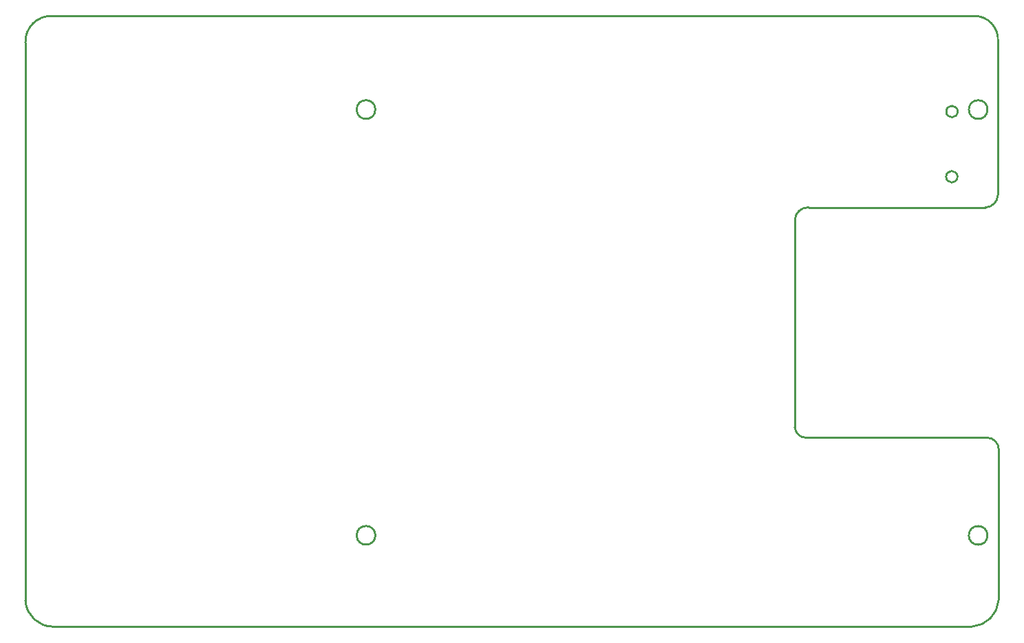
<source format=gko>
G04 Layer: BoardOutlineLayer*
G04 EasyEDA v6.5.46, 2024-12-31 19:44:04*
G04 ebd9bc5b089479dc4edd2d51ed51331a,1acd7fc2553046b79c71bda98b4923fc,10*
G04 Gerber Generator version 0.2*
G04 Scale: 100 percent, Rotated: No, Reflected: No *
G04 Dimensions in millimeters *
G04 leading zeros omitted , absolute positions ,4 integer and 5 decimal *
%FSLAX45Y45*%
%MOMM*%

%ADD10C,0.2540*%
D10*
X9285762Y5161592D02*
G01*
X11467622Y5161592D01*
G75*
G01*
X11490437Y6366413D02*
G03*
X11490435Y6365811I-114999J-10D01*
G75*
G01*
X3958438Y6366413D02*
G03*
X3958436Y6365811I-114999J-10D01*
G75*
G01*
X11489939Y1123414D02*
G03*
X11489937Y1122812I-114999J-10D01*
G75*
G01*
X11122802Y6341742D02*
G03*
X11122801Y6341376I-70000J11D01*
G75*
G01*
X11120262Y5539102D02*
G03*
X11120261Y5538736I-70000J11D01*
G75*
G01*
X3958438Y1124415D02*
G03*
X3958436Y1123813I-114999J-10D01*
G75*
G01*
X9285762Y5161591D02*
G03*
X9119393Y5006651I-4000J-162495D01*
G75*
G01*
X11467621Y5161591D02*
G03*
X11617482Y5315261I-7768J157484D01*
G75*
G01*
X9119393Y2454272D02*
G03*
X9259094Y2326002I137678J9736D01*
G75*
G01*
X11627643Y2179953D02*
G03*
X11486672Y2326004I-142230J3776D01*
G75*
G01*
X11294904Y2D02*
G03*
X11627644Y328931I-18455J351430D01*
G75*
G01*
X-346707Y320040D02*
G03*
X2Y-1I337962J18303D01*
G75*
G01*
X-11431Y7518226D02*
G03*
X-346708Y7186754I-19125J-315954D01*
G75*
G01*
X11617482Y7196922D02*
G03*
X11310144Y7518229I-289029J31179D01*
X-11432Y7518227D02*
G01*
X11310142Y7518227D01*
X11617482Y5315259D02*
G01*
X11617482Y7196922D01*
X9119392Y2454272D02*
G01*
X9119392Y5006649D01*
X9259092Y2326002D02*
G01*
X11486672Y2326002D01*
X11627642Y328929D02*
G01*
X11627642Y2179952D01*
X0Y0D02*
G01*
X11294902Y0D01*
X-346707Y320037D02*
G01*
X-346707Y7186752D01*
G75*
G01*
X11294902Y3D02*
G03*
X11627642Y328933I-18454J351430D01*

%LPD*%
M02*

</source>
